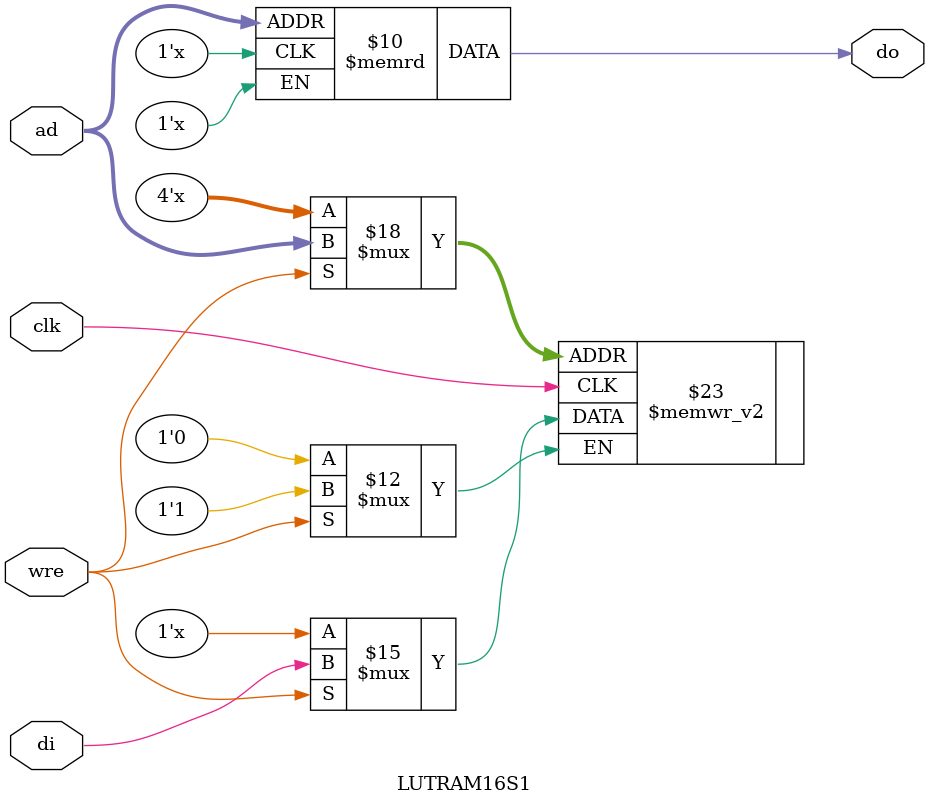
<source format=v>


`default_nettype none

/* 1-bit by 16 element SRAM */
module LUTRAM16S1(
    input wire clk, 
    input wire [3:0] ad,
    input wire wre,
    input wire di,
    output wire do);

reg memory[0:15];

always@(posedge clk)
begin
    if (wre == 1)
    begin
        memory[ad] <= di;
    end
end

assign do = memory[ad];

endmodule

</source>
